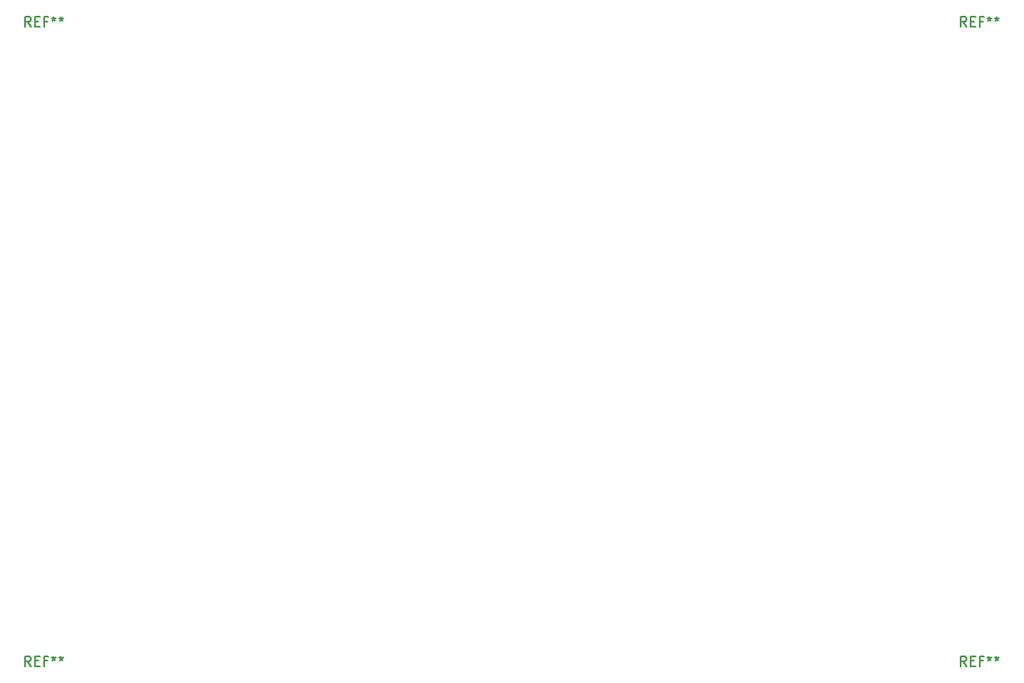
<source format=gbr>
%TF.GenerationSoftware,KiCad,Pcbnew,(5.1.9)-1*%
%TF.CreationDate,2023-02-05T22:42:43+09:00*%
%TF.ProjectId,test,74657374-2e6b-4696-9361-645f70636258,rev?*%
%TF.SameCoordinates,Original*%
%TF.FileFunction,Legend,Top*%
%TF.FilePolarity,Positive*%
%FSLAX46Y46*%
G04 Gerber Fmt 4.6, Leading zero omitted, Abs format (unit mm)*
G04 Created by KiCad (PCBNEW (5.1.9)-1) date 2023-02-05 22:42:43*
%MOMM*%
%LPD*%
G01*
G04 APERTURE LIST*
%ADD10C,0.150000*%
G04 APERTURE END LIST*
%TO.C,REF\u002A\u002A*%
D10*
X178666666Y-76252380D02*
X178333333Y-75776190D01*
X178095238Y-76252380D02*
X178095238Y-75252380D01*
X178476190Y-75252380D01*
X178571428Y-75300000D01*
X178619047Y-75347619D01*
X178666666Y-75442857D01*
X178666666Y-75585714D01*
X178619047Y-75680952D01*
X178571428Y-75728571D01*
X178476190Y-75776190D01*
X178095238Y-75776190D01*
X179095238Y-75728571D02*
X179428571Y-75728571D01*
X179571428Y-76252380D02*
X179095238Y-76252380D01*
X179095238Y-75252380D01*
X179571428Y-75252380D01*
X180333333Y-75728571D02*
X180000000Y-75728571D01*
X180000000Y-76252380D02*
X180000000Y-75252380D01*
X180476190Y-75252380D01*
X181000000Y-75252380D02*
X181000000Y-75490476D01*
X180761904Y-75395238D02*
X181000000Y-75490476D01*
X181238095Y-75395238D01*
X180857142Y-75680952D02*
X181000000Y-75490476D01*
X181142857Y-75680952D01*
X181761904Y-75252380D02*
X181761904Y-75490476D01*
X181523809Y-75395238D02*
X181761904Y-75490476D01*
X182000000Y-75395238D01*
X181619047Y-75680952D02*
X181761904Y-75490476D01*
X181904761Y-75680952D01*
X178666666Y-141252380D02*
X178333333Y-140776190D01*
X178095238Y-141252380D02*
X178095238Y-140252380D01*
X178476190Y-140252380D01*
X178571428Y-140300000D01*
X178619047Y-140347619D01*
X178666666Y-140442857D01*
X178666666Y-140585714D01*
X178619047Y-140680952D01*
X178571428Y-140728571D01*
X178476190Y-140776190D01*
X178095238Y-140776190D01*
X179095238Y-140728571D02*
X179428571Y-140728571D01*
X179571428Y-141252380D02*
X179095238Y-141252380D01*
X179095238Y-140252380D01*
X179571428Y-140252380D01*
X180333333Y-140728571D02*
X180000000Y-140728571D01*
X180000000Y-141252380D02*
X180000000Y-140252380D01*
X180476190Y-140252380D01*
X181000000Y-140252380D02*
X181000000Y-140490476D01*
X180761904Y-140395238D02*
X181000000Y-140490476D01*
X181238095Y-140395238D01*
X180857142Y-140680952D02*
X181000000Y-140490476D01*
X181142857Y-140680952D01*
X181761904Y-140252380D02*
X181761904Y-140490476D01*
X181523809Y-140395238D02*
X181761904Y-140490476D01*
X182000000Y-140395238D01*
X181619047Y-140680952D02*
X181761904Y-140490476D01*
X181904761Y-140680952D01*
X83666666Y-141252380D02*
X83333333Y-140776190D01*
X83095238Y-141252380D02*
X83095238Y-140252380D01*
X83476190Y-140252380D01*
X83571428Y-140300000D01*
X83619047Y-140347619D01*
X83666666Y-140442857D01*
X83666666Y-140585714D01*
X83619047Y-140680952D01*
X83571428Y-140728571D01*
X83476190Y-140776190D01*
X83095238Y-140776190D01*
X84095238Y-140728571D02*
X84428571Y-140728571D01*
X84571428Y-141252380D02*
X84095238Y-141252380D01*
X84095238Y-140252380D01*
X84571428Y-140252380D01*
X85333333Y-140728571D02*
X85000000Y-140728571D01*
X85000000Y-141252380D02*
X85000000Y-140252380D01*
X85476190Y-140252380D01*
X86000000Y-140252380D02*
X86000000Y-140490476D01*
X85761904Y-140395238D02*
X86000000Y-140490476D01*
X86238095Y-140395238D01*
X85857142Y-140680952D02*
X86000000Y-140490476D01*
X86142857Y-140680952D01*
X86761904Y-140252380D02*
X86761904Y-140490476D01*
X86523809Y-140395238D02*
X86761904Y-140490476D01*
X87000000Y-140395238D01*
X86619047Y-140680952D02*
X86761904Y-140490476D01*
X86904761Y-140680952D01*
X83666666Y-76252380D02*
X83333333Y-75776190D01*
X83095238Y-76252380D02*
X83095238Y-75252380D01*
X83476190Y-75252380D01*
X83571428Y-75300000D01*
X83619047Y-75347619D01*
X83666666Y-75442857D01*
X83666666Y-75585714D01*
X83619047Y-75680952D01*
X83571428Y-75728571D01*
X83476190Y-75776190D01*
X83095238Y-75776190D01*
X84095238Y-75728571D02*
X84428571Y-75728571D01*
X84571428Y-76252380D02*
X84095238Y-76252380D01*
X84095238Y-75252380D01*
X84571428Y-75252380D01*
X85333333Y-75728571D02*
X85000000Y-75728571D01*
X85000000Y-76252380D02*
X85000000Y-75252380D01*
X85476190Y-75252380D01*
X86000000Y-75252380D02*
X86000000Y-75490476D01*
X85761904Y-75395238D02*
X86000000Y-75490476D01*
X86238095Y-75395238D01*
X85857142Y-75680952D02*
X86000000Y-75490476D01*
X86142857Y-75680952D01*
X86761904Y-75252380D02*
X86761904Y-75490476D01*
X86523809Y-75395238D02*
X86761904Y-75490476D01*
X87000000Y-75395238D01*
X86619047Y-75680952D02*
X86761904Y-75490476D01*
X86904761Y-75680952D01*
%TD*%
M02*

</source>
